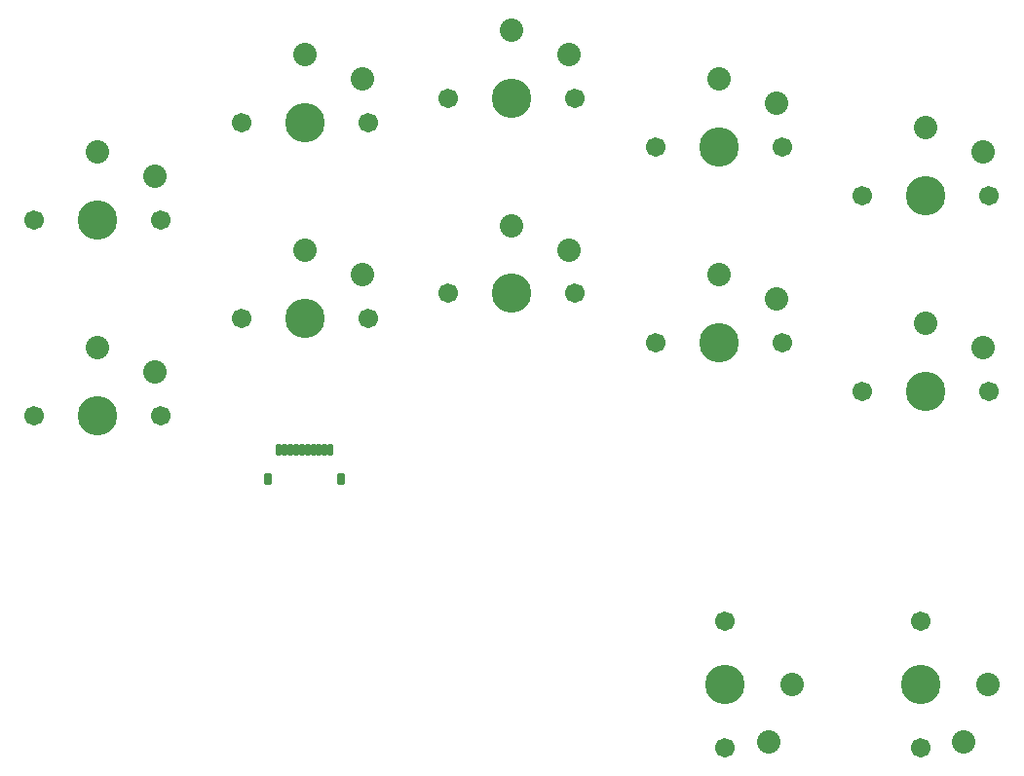
<source format=gts>
G04 #@! TF.GenerationSoftware,KiCad,Pcbnew,7.0.8*
G04 #@! TF.CreationDate,2024-04-01T22:38:09+01:00*
G04 #@! TF.ProjectId,left,6c656674-2e6b-4696-9361-645f70636258,v1.0.0*
G04 #@! TF.SameCoordinates,Original*
G04 #@! TF.FileFunction,Soldermask,Top*
G04 #@! TF.FilePolarity,Negative*
%FSLAX46Y46*%
G04 Gerber Fmt 4.6, Leading zero omitted, Abs format (unit mm)*
G04 Created by KiCad (PCBNEW 7.0.8) date 2024-04-01 22:38:09*
%MOMM*%
%LPD*%
G01*
G04 APERTURE LIST*
G04 Aperture macros list*
%AMRoundRect*
0 Rectangle with rounded corners*
0 $1 Rounding radius*
0 $2 $3 $4 $5 $6 $7 $8 $9 X,Y pos of 4 corners*
0 Add a 4 corners polygon primitive as box body*
4,1,4,$2,$3,$4,$5,$6,$7,$8,$9,$2,$3,0*
0 Add four circle primitives for the rounded corners*
1,1,$1+$1,$2,$3*
1,1,$1+$1,$4,$5*
1,1,$1+$1,$6,$7*
1,1,$1+$1,$8,$9*
0 Add four rect primitives between the rounded corners*
20,1,$1+$1,$2,$3,$4,$5,0*
20,1,$1+$1,$4,$5,$6,$7,0*
20,1,$1+$1,$6,$7,$8,$9,0*
20,1,$1+$1,$8,$9,$2,$3,0*%
G04 Aperture macros list end*
%ADD10C,3.429000*%
%ADD11C,1.701800*%
%ADD12C,2.032000*%
%ADD13RoundRect,0.102000X0.150000X0.400000X-0.150000X0.400000X-0.150000X-0.400000X0.150000X-0.400000X0*%
%ADD14RoundRect,0.102000X0.200000X0.400000X-0.200000X0.400000X-0.200000X-0.400000X0.200000X-0.400000X0*%
G04 APERTURE END LIST*
D10*
X109000000Y-136125000D03*
D11*
X114500000Y-136125000D03*
X103500000Y-136125000D03*
D12*
X114000000Y-132325000D03*
X109000000Y-130225000D03*
D10*
X109000000Y-119125000D03*
D11*
X114500000Y-119125000D03*
X103500000Y-119125000D03*
D12*
X114000000Y-115325000D03*
X109000000Y-113225000D03*
D10*
X127000000Y-127625000D03*
D11*
X132500000Y-127625000D03*
X121500000Y-127625000D03*
D12*
X132000000Y-123825000D03*
X127000000Y-121725000D03*
D10*
X127000000Y-110625000D03*
D11*
X132500000Y-110625000D03*
X121500000Y-110625000D03*
D12*
X132000000Y-106825000D03*
X127000000Y-104725000D03*
D10*
X145000000Y-125500000D03*
D11*
X150500000Y-125500000D03*
X139500000Y-125500000D03*
D12*
X150000000Y-121700000D03*
X145000000Y-119600000D03*
D10*
X145000000Y-108500000D03*
D11*
X150500000Y-108500000D03*
X139500000Y-108500000D03*
D12*
X150000000Y-104700000D03*
X145000000Y-102600000D03*
D10*
X163000000Y-129750000D03*
D11*
X168500000Y-129750000D03*
X157500000Y-129750000D03*
D12*
X168000000Y-125950000D03*
X163000000Y-123850000D03*
D10*
X163000000Y-112750000D03*
D11*
X168500000Y-112750000D03*
X157500000Y-112750000D03*
D12*
X168000000Y-108950000D03*
X163000000Y-106850000D03*
D10*
X181000000Y-134000000D03*
D11*
X186500000Y-134000000D03*
X175500000Y-134000000D03*
D12*
X186000000Y-130200000D03*
X181000000Y-128100000D03*
D10*
X181000000Y-117000000D03*
D11*
X186500000Y-117000000D03*
X175500000Y-117000000D03*
D12*
X186000000Y-113200000D03*
X181000000Y-111100000D03*
D10*
X163500000Y-159500000D03*
D11*
X163500000Y-165000000D03*
X163500000Y-154000000D03*
D12*
X167300000Y-164500000D03*
X169400000Y-159500000D03*
D10*
X180500000Y-159500000D03*
D11*
X180500000Y-165000000D03*
X180500000Y-154000000D03*
D12*
X184300000Y-164500000D03*
X186400000Y-159500000D03*
D13*
X124750000Y-139125000D03*
X125250000Y-139125000D03*
X125750000Y-139125000D03*
X126250000Y-139125000D03*
X126750000Y-139125000D03*
X127250000Y-139125000D03*
X127750000Y-139125000D03*
X128250000Y-139125000D03*
X128750000Y-139125000D03*
X129250000Y-139125000D03*
D14*
X123800000Y-141625000D03*
X130200000Y-141625000D03*
M02*

</source>
